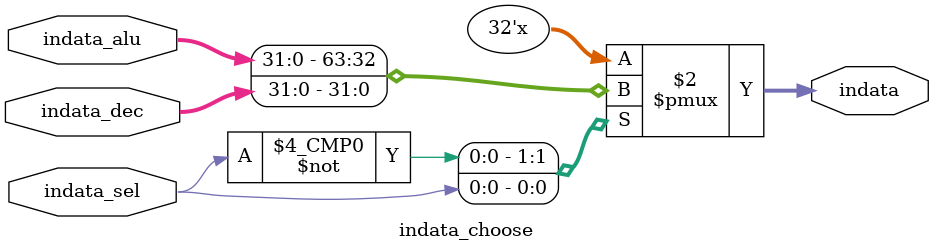
<source format=v>
`timescale 1ns / 1ps
module indata_choose(
		indata_sel,indata_alu,indata_dec,indata
    );
	 input indata_sel;
	 input [31:0] indata_alu,indata_dec;
	 output reg [31:0] indata;
	 always@(*)
		begin
			case (indata_sel)
				1'b0 : indata = indata_alu;
				1'b1 : indata = indata_dec;
			endcase
		end
endmodule

</source>
